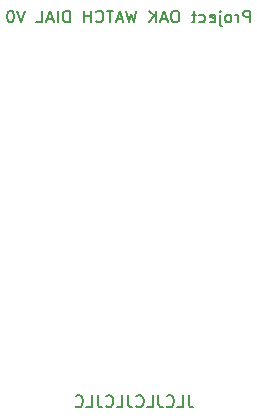
<source format=gbr>
%TF.GenerationSoftware,KiCad,Pcbnew,(5.1.6)-1*%
%TF.CreationDate,2025-07-06T20:15:57+05:30*%
%TF.ProjectId,Project_OAK_WATCH_DIAL_V0,50726f6a-6563-4745-9f4f-414b5f574154,A*%
%TF.SameCoordinates,Original*%
%TF.FileFunction,Legend,Bot*%
%TF.FilePolarity,Positive*%
%FSLAX46Y46*%
G04 Gerber Fmt 4.6, Leading zero omitted, Abs format (unit mm)*
G04 Created by KiCad (PCBNEW (5.1.6)-1) date 2025-07-06 20:15:57*
%MOMM*%
%LPD*%
G01*
G04 APERTURE LIST*
%ADD10C,0.150000*%
%ADD11C,0.160000*%
G04 APERTURE END LIST*
D10*
X75142147Y-110132880D02*
X75142147Y-110847166D01*
X75189766Y-110990023D01*
X75285004Y-111085261D01*
X75427861Y-111132880D01*
X75523100Y-111132880D01*
X74189766Y-111132880D02*
X74665957Y-111132880D01*
X74665957Y-110132880D01*
X73285004Y-111037642D02*
X73332623Y-111085261D01*
X73475480Y-111132880D01*
X73570719Y-111132880D01*
X73713576Y-111085261D01*
X73808814Y-110990023D01*
X73856433Y-110894785D01*
X73904052Y-110704309D01*
X73904052Y-110561452D01*
X73856433Y-110370976D01*
X73808814Y-110275738D01*
X73713576Y-110180500D01*
X73570719Y-110132880D01*
X73475480Y-110132880D01*
X73332623Y-110180500D01*
X73285004Y-110228119D01*
X72570719Y-110132880D02*
X72570719Y-110847166D01*
X72618338Y-110990023D01*
X72713576Y-111085261D01*
X72856433Y-111132880D01*
X72951671Y-111132880D01*
X71618338Y-111132880D02*
X72094528Y-111132880D01*
X72094528Y-110132880D01*
X70713576Y-111037642D02*
X70761195Y-111085261D01*
X70904052Y-111132880D01*
X70999290Y-111132880D01*
X71142147Y-111085261D01*
X71237385Y-110990023D01*
X71285004Y-110894785D01*
X71332623Y-110704309D01*
X71332623Y-110561452D01*
X71285004Y-110370976D01*
X71237385Y-110275738D01*
X71142147Y-110180500D01*
X70999290Y-110132880D01*
X70904052Y-110132880D01*
X70761195Y-110180500D01*
X70713576Y-110228119D01*
X69999290Y-110132880D02*
X69999290Y-110847166D01*
X70046909Y-110990023D01*
X70142147Y-111085261D01*
X70285004Y-111132880D01*
X70380242Y-111132880D01*
X69046909Y-111132880D02*
X69523100Y-111132880D01*
X69523100Y-110132880D01*
X68142147Y-111037642D02*
X68189766Y-111085261D01*
X68332623Y-111132880D01*
X68427861Y-111132880D01*
X68570719Y-111085261D01*
X68665957Y-110990023D01*
X68713576Y-110894785D01*
X68761195Y-110704309D01*
X68761195Y-110561452D01*
X68713576Y-110370976D01*
X68665957Y-110275738D01*
X68570719Y-110180500D01*
X68427861Y-110132880D01*
X68332623Y-110132880D01*
X68189766Y-110180500D01*
X68142147Y-110228119D01*
X67427861Y-110132880D02*
X67427861Y-110847166D01*
X67475480Y-110990023D01*
X67570719Y-111085261D01*
X67713576Y-111132880D01*
X67808814Y-111132880D01*
X66475480Y-111132880D02*
X66951671Y-111132880D01*
X66951671Y-110132880D01*
X65570719Y-111037642D02*
X65618338Y-111085261D01*
X65761195Y-111132880D01*
X65856433Y-111132880D01*
X65999290Y-111085261D01*
X66094528Y-110990023D01*
X66142147Y-110894785D01*
X66189766Y-110704309D01*
X66189766Y-110561452D01*
X66142147Y-110370976D01*
X66094528Y-110275738D01*
X65999290Y-110180500D01*
X65856433Y-110132880D01*
X65761195Y-110132880D01*
X65618338Y-110180500D01*
X65570719Y-110228119D01*
D11*
X80340504Y-78557380D02*
X80340504Y-77557380D01*
X79959552Y-77557380D01*
X79864314Y-77605000D01*
X79816695Y-77652619D01*
X79769076Y-77747857D01*
X79769076Y-77890714D01*
X79816695Y-77985952D01*
X79864314Y-78033571D01*
X79959552Y-78081190D01*
X80340504Y-78081190D01*
X79340504Y-78557380D02*
X79340504Y-77890714D01*
X79340504Y-78081190D02*
X79292885Y-77985952D01*
X79245266Y-77938333D01*
X79150028Y-77890714D01*
X79054790Y-77890714D01*
X78578600Y-78557380D02*
X78673838Y-78509761D01*
X78721457Y-78462142D01*
X78769076Y-78366904D01*
X78769076Y-78081190D01*
X78721457Y-77985952D01*
X78673838Y-77938333D01*
X78578600Y-77890714D01*
X78435742Y-77890714D01*
X78340504Y-77938333D01*
X78292885Y-77985952D01*
X78245266Y-78081190D01*
X78245266Y-78366904D01*
X78292885Y-78462142D01*
X78340504Y-78509761D01*
X78435742Y-78557380D01*
X78578600Y-78557380D01*
X77816695Y-77890714D02*
X77816695Y-78747857D01*
X77864314Y-78843095D01*
X77959552Y-78890714D01*
X78007171Y-78890714D01*
X77816695Y-77557380D02*
X77864314Y-77605000D01*
X77816695Y-77652619D01*
X77769076Y-77605000D01*
X77816695Y-77557380D01*
X77816695Y-77652619D01*
X76959552Y-78509761D02*
X77054790Y-78557380D01*
X77245266Y-78557380D01*
X77340504Y-78509761D01*
X77388123Y-78414523D01*
X77388123Y-78033571D01*
X77340504Y-77938333D01*
X77245266Y-77890714D01*
X77054790Y-77890714D01*
X76959552Y-77938333D01*
X76911933Y-78033571D01*
X76911933Y-78128809D01*
X77388123Y-78224047D01*
X76054790Y-78509761D02*
X76150028Y-78557380D01*
X76340504Y-78557380D01*
X76435742Y-78509761D01*
X76483361Y-78462142D01*
X76530980Y-78366904D01*
X76530980Y-78081190D01*
X76483361Y-77985952D01*
X76435742Y-77938333D01*
X76340504Y-77890714D01*
X76150028Y-77890714D01*
X76054790Y-77938333D01*
X75769076Y-77890714D02*
X75388123Y-77890714D01*
X75626219Y-77557380D02*
X75626219Y-78414523D01*
X75578600Y-78509761D01*
X75483361Y-78557380D01*
X75388123Y-78557380D01*
X74102409Y-77557380D02*
X73911933Y-77557380D01*
X73816695Y-77605000D01*
X73721457Y-77700238D01*
X73673838Y-77890714D01*
X73673838Y-78224047D01*
X73721457Y-78414523D01*
X73816695Y-78509761D01*
X73911933Y-78557380D01*
X74102409Y-78557380D01*
X74197647Y-78509761D01*
X74292885Y-78414523D01*
X74340504Y-78224047D01*
X74340504Y-77890714D01*
X74292885Y-77700238D01*
X74197647Y-77605000D01*
X74102409Y-77557380D01*
X73292885Y-78271666D02*
X72816695Y-78271666D01*
X73388123Y-78557380D02*
X73054790Y-77557380D01*
X72721457Y-78557380D01*
X72388123Y-78557380D02*
X72388123Y-77557380D01*
X71816695Y-78557380D02*
X72245266Y-77985952D01*
X71816695Y-77557380D02*
X72388123Y-78128809D01*
X70721457Y-77557380D02*
X70483361Y-78557380D01*
X70292885Y-77843095D01*
X70102409Y-78557380D01*
X69864314Y-77557380D01*
X69530980Y-78271666D02*
X69054790Y-78271666D01*
X69626219Y-78557380D02*
X69292885Y-77557380D01*
X68959552Y-78557380D01*
X68769076Y-77557380D02*
X68197647Y-77557380D01*
X68483361Y-78557380D02*
X68483361Y-77557380D01*
X67292885Y-78462142D02*
X67340504Y-78509761D01*
X67483361Y-78557380D01*
X67578600Y-78557380D01*
X67721457Y-78509761D01*
X67816695Y-78414523D01*
X67864314Y-78319285D01*
X67911933Y-78128809D01*
X67911933Y-77985952D01*
X67864314Y-77795476D01*
X67816695Y-77700238D01*
X67721457Y-77605000D01*
X67578600Y-77557380D01*
X67483361Y-77557380D01*
X67340504Y-77605000D01*
X67292885Y-77652619D01*
X66864314Y-78557380D02*
X66864314Y-77557380D01*
X66864314Y-78033571D02*
X66292885Y-78033571D01*
X66292885Y-78557380D02*
X66292885Y-77557380D01*
X65054790Y-78557380D02*
X65054790Y-77557380D01*
X64816695Y-77557380D01*
X64673838Y-77605000D01*
X64578600Y-77700238D01*
X64530980Y-77795476D01*
X64483361Y-77985952D01*
X64483361Y-78128809D01*
X64530980Y-78319285D01*
X64578600Y-78414523D01*
X64673838Y-78509761D01*
X64816695Y-78557380D01*
X65054790Y-78557380D01*
X64054790Y-78557380D02*
X64054790Y-77557380D01*
X63626219Y-78271666D02*
X63150028Y-78271666D01*
X63721457Y-78557380D02*
X63388123Y-77557380D01*
X63054790Y-78557380D01*
X62245266Y-78557380D02*
X62721457Y-78557380D01*
X62721457Y-77557380D01*
X61292885Y-77557380D02*
X60959552Y-78557380D01*
X60626219Y-77557380D01*
X60102409Y-77557380D02*
X60007171Y-77557380D01*
X59911933Y-77605000D01*
X59864314Y-77652619D01*
X59816695Y-77747857D01*
X59769076Y-77938333D01*
X59769076Y-78176428D01*
X59816695Y-78366904D01*
X59864314Y-78462142D01*
X59911933Y-78509761D01*
X60007171Y-78557380D01*
X60102409Y-78557380D01*
X60197647Y-78509761D01*
X60245266Y-78462142D01*
X60292885Y-78366904D01*
X60340504Y-78176428D01*
X60340504Y-77938333D01*
X60292885Y-77747857D01*
X60245266Y-77652619D01*
X60197647Y-77605000D01*
X60102409Y-77557380D01*
M02*

</source>
